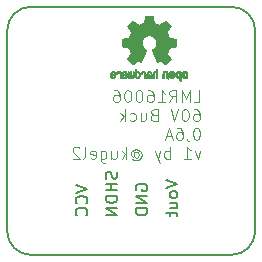
<source format=gbr>
G04 #@! TF.FileFunction,Legend,Bot*
%FSLAX46Y46*%
G04 Gerber Fmt 4.6, Leading zero omitted, Abs format (unit mm)*
G04 Created by KiCad (PCBNEW 4.0.5) date Sunday, 09. April 2017 'u35' 15:35:46*
%MOMM*%
%LPD*%
G01*
G04 APERTURE LIST*
%ADD10C,0.100000*%
%ADD11C,0.200000*%
%ADD12C,0.150000*%
%ADD13C,0.010000*%
G04 APERTURE END LIST*
D10*
D11*
X133422381Y-103682142D02*
X134422381Y-104015475D01*
X133422381Y-104348809D01*
X134422381Y-104824999D02*
X134374762Y-104729761D01*
X134327143Y-104682142D01*
X134231905Y-104634523D01*
X133946190Y-104634523D01*
X133850952Y-104682142D01*
X133803333Y-104729761D01*
X133755714Y-104824999D01*
X133755714Y-104967857D01*
X133803333Y-105063095D01*
X133850952Y-105110714D01*
X133946190Y-105158333D01*
X134231905Y-105158333D01*
X134327143Y-105110714D01*
X134374762Y-105063095D01*
X134422381Y-104967857D01*
X134422381Y-104824999D01*
X133755714Y-106015476D02*
X134422381Y-106015476D01*
X133755714Y-105586904D02*
X134279524Y-105586904D01*
X134374762Y-105634523D01*
X134422381Y-105729761D01*
X134422381Y-105872619D01*
X134374762Y-105967857D01*
X134327143Y-106015476D01*
X133755714Y-106348809D02*
X133755714Y-106729761D01*
X133422381Y-106491666D02*
X134279524Y-106491666D01*
X134374762Y-106539285D01*
X134422381Y-106634523D01*
X134422381Y-106729761D01*
X130930000Y-104539286D02*
X130882381Y-104444048D01*
X130882381Y-104301191D01*
X130930000Y-104158333D01*
X131025238Y-104063095D01*
X131120476Y-104015476D01*
X131310952Y-103967857D01*
X131453810Y-103967857D01*
X131644286Y-104015476D01*
X131739524Y-104063095D01*
X131834762Y-104158333D01*
X131882381Y-104301191D01*
X131882381Y-104396429D01*
X131834762Y-104539286D01*
X131787143Y-104586905D01*
X131453810Y-104586905D01*
X131453810Y-104396429D01*
X131882381Y-105015476D02*
X130882381Y-105015476D01*
X131882381Y-105586905D01*
X130882381Y-105586905D01*
X131882381Y-106063095D02*
X130882381Y-106063095D01*
X130882381Y-106301190D01*
X130930000Y-106444048D01*
X131025238Y-106539286D01*
X131120476Y-106586905D01*
X131310952Y-106634524D01*
X131453810Y-106634524D01*
X131644286Y-106586905D01*
X131739524Y-106539286D01*
X131834762Y-106444048D01*
X131882381Y-106301190D01*
X131882381Y-106063095D01*
X129294762Y-102967857D02*
X129342381Y-103110714D01*
X129342381Y-103348810D01*
X129294762Y-103444048D01*
X129247143Y-103491667D01*
X129151905Y-103539286D01*
X129056667Y-103539286D01*
X128961429Y-103491667D01*
X128913810Y-103444048D01*
X128866190Y-103348810D01*
X128818571Y-103158333D01*
X128770952Y-103063095D01*
X128723333Y-103015476D01*
X128628095Y-102967857D01*
X128532857Y-102967857D01*
X128437619Y-103015476D01*
X128390000Y-103063095D01*
X128342381Y-103158333D01*
X128342381Y-103396429D01*
X128390000Y-103539286D01*
X129342381Y-103967857D02*
X128342381Y-103967857D01*
X128818571Y-103967857D02*
X128818571Y-104539286D01*
X129342381Y-104539286D02*
X128342381Y-104539286D01*
X129342381Y-105015476D02*
X128342381Y-105015476D01*
X128342381Y-105253571D01*
X128390000Y-105396429D01*
X128485238Y-105491667D01*
X128580476Y-105539286D01*
X128770952Y-105586905D01*
X128913810Y-105586905D01*
X129104286Y-105539286D01*
X129199524Y-105491667D01*
X129294762Y-105396429D01*
X129342381Y-105253571D01*
X129342381Y-105015476D01*
X129342381Y-106015476D02*
X128342381Y-106015476D01*
X129342381Y-106586905D01*
X128342381Y-106586905D01*
X125802381Y-104063095D02*
X126802381Y-104396428D01*
X125802381Y-104729762D01*
X126707143Y-105634524D02*
X126754762Y-105586905D01*
X126802381Y-105444048D01*
X126802381Y-105348810D01*
X126754762Y-105205952D01*
X126659524Y-105110714D01*
X126564286Y-105063095D01*
X126373810Y-105015476D01*
X126230952Y-105015476D01*
X126040476Y-105063095D01*
X125945238Y-105110714D01*
X125850000Y-105205952D01*
X125802381Y-105348810D01*
X125802381Y-105444048D01*
X125850000Y-105586905D01*
X125897619Y-105634524D01*
X126707143Y-106634524D02*
X126754762Y-106586905D01*
X126802381Y-106444048D01*
X126802381Y-106348810D01*
X126754762Y-106205952D01*
X126659524Y-106110714D01*
X126564286Y-106063095D01*
X126373810Y-106015476D01*
X126230952Y-106015476D01*
X126040476Y-106063095D01*
X125945238Y-106110714D01*
X125850000Y-106205952D01*
X125802381Y-106348810D01*
X125802381Y-106444048D01*
X125850000Y-106586905D01*
X125897619Y-106634524D01*
D10*
X135785714Y-97052381D02*
X136261905Y-97052381D01*
X136261905Y-96052381D01*
X135452381Y-97052381D02*
X135452381Y-96052381D01*
X135119047Y-96766667D01*
X134785714Y-96052381D01*
X134785714Y-97052381D01*
X133738095Y-97052381D02*
X134071429Y-96576190D01*
X134309524Y-97052381D02*
X134309524Y-96052381D01*
X133928571Y-96052381D01*
X133833333Y-96100000D01*
X133785714Y-96147619D01*
X133738095Y-96242857D01*
X133738095Y-96385714D01*
X133785714Y-96480952D01*
X133833333Y-96528571D01*
X133928571Y-96576190D01*
X134309524Y-96576190D01*
X132785714Y-97052381D02*
X133357143Y-97052381D01*
X133071429Y-97052381D02*
X133071429Y-96052381D01*
X133166667Y-96195238D01*
X133261905Y-96290476D01*
X133357143Y-96338095D01*
X131928571Y-96052381D02*
X132119048Y-96052381D01*
X132214286Y-96100000D01*
X132261905Y-96147619D01*
X132357143Y-96290476D01*
X132404762Y-96480952D01*
X132404762Y-96861905D01*
X132357143Y-96957143D01*
X132309524Y-97004762D01*
X132214286Y-97052381D01*
X132023809Y-97052381D01*
X131928571Y-97004762D01*
X131880952Y-96957143D01*
X131833333Y-96861905D01*
X131833333Y-96623810D01*
X131880952Y-96528571D01*
X131928571Y-96480952D01*
X132023809Y-96433333D01*
X132214286Y-96433333D01*
X132309524Y-96480952D01*
X132357143Y-96528571D01*
X132404762Y-96623810D01*
X131214286Y-96052381D02*
X131119047Y-96052381D01*
X131023809Y-96100000D01*
X130976190Y-96147619D01*
X130928571Y-96242857D01*
X130880952Y-96433333D01*
X130880952Y-96671429D01*
X130928571Y-96861905D01*
X130976190Y-96957143D01*
X131023809Y-97004762D01*
X131119047Y-97052381D01*
X131214286Y-97052381D01*
X131309524Y-97004762D01*
X131357143Y-96957143D01*
X131404762Y-96861905D01*
X131452381Y-96671429D01*
X131452381Y-96433333D01*
X131404762Y-96242857D01*
X131357143Y-96147619D01*
X131309524Y-96100000D01*
X131214286Y-96052381D01*
X130261905Y-96052381D02*
X130166666Y-96052381D01*
X130071428Y-96100000D01*
X130023809Y-96147619D01*
X129976190Y-96242857D01*
X129928571Y-96433333D01*
X129928571Y-96671429D01*
X129976190Y-96861905D01*
X130023809Y-96957143D01*
X130071428Y-97004762D01*
X130166666Y-97052381D01*
X130261905Y-97052381D01*
X130357143Y-97004762D01*
X130404762Y-96957143D01*
X130452381Y-96861905D01*
X130500000Y-96671429D01*
X130500000Y-96433333D01*
X130452381Y-96242857D01*
X130404762Y-96147619D01*
X130357143Y-96100000D01*
X130261905Y-96052381D01*
X129071428Y-96052381D02*
X129261905Y-96052381D01*
X129357143Y-96100000D01*
X129404762Y-96147619D01*
X129500000Y-96290476D01*
X129547619Y-96480952D01*
X129547619Y-96861905D01*
X129500000Y-96957143D01*
X129452381Y-97004762D01*
X129357143Y-97052381D01*
X129166666Y-97052381D01*
X129071428Y-97004762D01*
X129023809Y-96957143D01*
X128976190Y-96861905D01*
X128976190Y-96623810D01*
X129023809Y-96528571D01*
X129071428Y-96480952D01*
X129166666Y-96433333D01*
X129357143Y-96433333D01*
X129452381Y-96480952D01*
X129500000Y-96528571D01*
X129547619Y-96623810D01*
X135833333Y-97652381D02*
X136023810Y-97652381D01*
X136119048Y-97700000D01*
X136166667Y-97747619D01*
X136261905Y-97890476D01*
X136309524Y-98080952D01*
X136309524Y-98461905D01*
X136261905Y-98557143D01*
X136214286Y-98604762D01*
X136119048Y-98652381D01*
X135928571Y-98652381D01*
X135833333Y-98604762D01*
X135785714Y-98557143D01*
X135738095Y-98461905D01*
X135738095Y-98223810D01*
X135785714Y-98128571D01*
X135833333Y-98080952D01*
X135928571Y-98033333D01*
X136119048Y-98033333D01*
X136214286Y-98080952D01*
X136261905Y-98128571D01*
X136309524Y-98223810D01*
X135119048Y-97652381D02*
X135023809Y-97652381D01*
X134928571Y-97700000D01*
X134880952Y-97747619D01*
X134833333Y-97842857D01*
X134785714Y-98033333D01*
X134785714Y-98271429D01*
X134833333Y-98461905D01*
X134880952Y-98557143D01*
X134928571Y-98604762D01*
X135023809Y-98652381D01*
X135119048Y-98652381D01*
X135214286Y-98604762D01*
X135261905Y-98557143D01*
X135309524Y-98461905D01*
X135357143Y-98271429D01*
X135357143Y-98033333D01*
X135309524Y-97842857D01*
X135261905Y-97747619D01*
X135214286Y-97700000D01*
X135119048Y-97652381D01*
X134500000Y-97652381D02*
X134166667Y-98652381D01*
X133833333Y-97652381D01*
X132404761Y-98128571D02*
X132261904Y-98176190D01*
X132214285Y-98223810D01*
X132166666Y-98319048D01*
X132166666Y-98461905D01*
X132214285Y-98557143D01*
X132261904Y-98604762D01*
X132357142Y-98652381D01*
X132738095Y-98652381D01*
X132738095Y-97652381D01*
X132404761Y-97652381D01*
X132309523Y-97700000D01*
X132261904Y-97747619D01*
X132214285Y-97842857D01*
X132214285Y-97938095D01*
X132261904Y-98033333D01*
X132309523Y-98080952D01*
X132404761Y-98128571D01*
X132738095Y-98128571D01*
X131309523Y-97985714D02*
X131309523Y-98652381D01*
X131738095Y-97985714D02*
X131738095Y-98509524D01*
X131690476Y-98604762D01*
X131595238Y-98652381D01*
X131452380Y-98652381D01*
X131357142Y-98604762D01*
X131309523Y-98557143D01*
X130404761Y-98604762D02*
X130499999Y-98652381D01*
X130690476Y-98652381D01*
X130785714Y-98604762D01*
X130833333Y-98557143D01*
X130880952Y-98461905D01*
X130880952Y-98176190D01*
X130833333Y-98080952D01*
X130785714Y-98033333D01*
X130690476Y-97985714D01*
X130499999Y-97985714D01*
X130404761Y-98033333D01*
X129976190Y-98652381D02*
X129976190Y-97652381D01*
X129880952Y-98271429D02*
X129595237Y-98652381D01*
X129595237Y-97985714D02*
X129976190Y-98366667D01*
X136071429Y-99252381D02*
X135976190Y-99252381D01*
X135880952Y-99300000D01*
X135833333Y-99347619D01*
X135785714Y-99442857D01*
X135738095Y-99633333D01*
X135738095Y-99871429D01*
X135785714Y-100061905D01*
X135833333Y-100157143D01*
X135880952Y-100204762D01*
X135976190Y-100252381D01*
X136071429Y-100252381D01*
X136166667Y-100204762D01*
X136214286Y-100157143D01*
X136261905Y-100061905D01*
X136309524Y-99871429D01*
X136309524Y-99633333D01*
X136261905Y-99442857D01*
X136214286Y-99347619D01*
X136166667Y-99300000D01*
X136071429Y-99252381D01*
X135261905Y-100204762D02*
X135261905Y-100252381D01*
X135309524Y-100347619D01*
X135357143Y-100395238D01*
X134404762Y-99252381D02*
X134595239Y-99252381D01*
X134690477Y-99300000D01*
X134738096Y-99347619D01*
X134833334Y-99490476D01*
X134880953Y-99680952D01*
X134880953Y-100061905D01*
X134833334Y-100157143D01*
X134785715Y-100204762D01*
X134690477Y-100252381D01*
X134500000Y-100252381D01*
X134404762Y-100204762D01*
X134357143Y-100157143D01*
X134309524Y-100061905D01*
X134309524Y-99823810D01*
X134357143Y-99728571D01*
X134404762Y-99680952D01*
X134500000Y-99633333D01*
X134690477Y-99633333D01*
X134785715Y-99680952D01*
X134833334Y-99728571D01*
X134880953Y-99823810D01*
X133928572Y-99966667D02*
X133452381Y-99966667D01*
X134023810Y-100252381D02*
X133690477Y-99252381D01*
X133357143Y-100252381D01*
X136357143Y-101185714D02*
X136119048Y-101852381D01*
X135880952Y-101185714D01*
X134976190Y-101852381D02*
X135547619Y-101852381D01*
X135261905Y-101852381D02*
X135261905Y-100852381D01*
X135357143Y-100995238D01*
X135452381Y-101090476D01*
X135547619Y-101138095D01*
X133785714Y-101852381D02*
X133785714Y-100852381D01*
X133785714Y-101233333D02*
X133690476Y-101185714D01*
X133499999Y-101185714D01*
X133404761Y-101233333D01*
X133357142Y-101280952D01*
X133309523Y-101376190D01*
X133309523Y-101661905D01*
X133357142Y-101757143D01*
X133404761Y-101804762D01*
X133499999Y-101852381D01*
X133690476Y-101852381D01*
X133785714Y-101804762D01*
X132976190Y-101185714D02*
X132738095Y-101852381D01*
X132499999Y-101185714D02*
X132738095Y-101852381D01*
X132833333Y-102090476D01*
X132880952Y-102138095D01*
X132976190Y-102185714D01*
X130738094Y-101376190D02*
X130785713Y-101328571D01*
X130880951Y-101280952D01*
X130976189Y-101280952D01*
X131071427Y-101328571D01*
X131119047Y-101376190D01*
X131166666Y-101471429D01*
X131166666Y-101566667D01*
X131119047Y-101661905D01*
X131071427Y-101709524D01*
X130976189Y-101757143D01*
X130880951Y-101757143D01*
X130785713Y-101709524D01*
X130738094Y-101661905D01*
X130738094Y-101280952D02*
X130738094Y-101661905D01*
X130690475Y-101709524D01*
X130642856Y-101709524D01*
X130547618Y-101661905D01*
X130499999Y-101566667D01*
X130499999Y-101328571D01*
X130595237Y-101185714D01*
X130738094Y-101090476D01*
X130928570Y-101042857D01*
X131119047Y-101090476D01*
X131261904Y-101185714D01*
X131357142Y-101328571D01*
X131404761Y-101519048D01*
X131357142Y-101709524D01*
X131261904Y-101852381D01*
X131119047Y-101947619D01*
X130928570Y-101995238D01*
X130738094Y-101947619D01*
X130595237Y-101852381D01*
X130071428Y-101852381D02*
X130071428Y-100852381D01*
X129976190Y-101471429D02*
X129690475Y-101852381D01*
X129690475Y-101185714D02*
X130071428Y-101566667D01*
X128833332Y-101185714D02*
X128833332Y-101852381D01*
X129261904Y-101185714D02*
X129261904Y-101709524D01*
X129214285Y-101804762D01*
X129119047Y-101852381D01*
X128976189Y-101852381D01*
X128880951Y-101804762D01*
X128833332Y-101757143D01*
X127928570Y-101185714D02*
X127928570Y-101995238D01*
X127976189Y-102090476D01*
X128023808Y-102138095D01*
X128119047Y-102185714D01*
X128261904Y-102185714D01*
X128357142Y-102138095D01*
X127928570Y-101804762D02*
X128023808Y-101852381D01*
X128214285Y-101852381D01*
X128309523Y-101804762D01*
X128357142Y-101757143D01*
X128404761Y-101661905D01*
X128404761Y-101376190D01*
X128357142Y-101280952D01*
X128309523Y-101233333D01*
X128214285Y-101185714D01*
X128023808Y-101185714D01*
X127928570Y-101233333D01*
X127071427Y-101804762D02*
X127166665Y-101852381D01*
X127357142Y-101852381D01*
X127452380Y-101804762D01*
X127499999Y-101709524D01*
X127499999Y-101328571D01*
X127452380Y-101233333D01*
X127357142Y-101185714D01*
X127166665Y-101185714D01*
X127071427Y-101233333D01*
X127023808Y-101328571D01*
X127023808Y-101423810D01*
X127499999Y-101519048D01*
X126452380Y-101852381D02*
X126547618Y-101804762D01*
X126595237Y-101709524D01*
X126595237Y-100852381D01*
X126119046Y-100947619D02*
X126071427Y-100900000D01*
X125976189Y-100852381D01*
X125738093Y-100852381D01*
X125642855Y-100900000D01*
X125595236Y-100947619D01*
X125547617Y-101042857D01*
X125547617Y-101138095D01*
X125595236Y-101280952D01*
X126166665Y-101852381D01*
X125547617Y-101852381D01*
D12*
X139000000Y-110000000D02*
G75*
G03X141000000Y-108000000I0J2000000D01*
G01*
X120000000Y-108000000D02*
G75*
G03X122000000Y-110000000I2000000J0D01*
G01*
X141000000Y-91000000D02*
G75*
G03X139000000Y-89000000I-2000000J0D01*
G01*
X122000000Y-89000000D02*
G75*
G03X120000000Y-91000000I0J-2000000D01*
G01*
X139000000Y-110000000D02*
X122000000Y-110000000D01*
X141000000Y-91000000D02*
X141000000Y-108000000D01*
X122000000Y-89000000D02*
X139000000Y-89000000D01*
X120000000Y-108000000D02*
X120000000Y-91000000D01*
D13*
G36*
X134400256Y-94419918D02*
X134344799Y-94447568D01*
X134295852Y-94498480D01*
X134282371Y-94517338D01*
X134267686Y-94542015D01*
X134258158Y-94568816D01*
X134252707Y-94604587D01*
X134250253Y-94656169D01*
X134249714Y-94724267D01*
X134252148Y-94817588D01*
X134260606Y-94887657D01*
X134276826Y-94939931D01*
X134302546Y-94979869D01*
X134339503Y-95012929D01*
X134342218Y-95014886D01*
X134378640Y-95034908D01*
X134422498Y-95044815D01*
X134478276Y-95047257D01*
X134568952Y-95047257D01*
X134568990Y-95135283D01*
X134569834Y-95184308D01*
X134574976Y-95213065D01*
X134588413Y-95230311D01*
X134614142Y-95244808D01*
X134620321Y-95247769D01*
X134649236Y-95261648D01*
X134671624Y-95270414D01*
X134688271Y-95271171D01*
X134699964Y-95261023D01*
X134707490Y-95237073D01*
X134711634Y-95196426D01*
X134713185Y-95136186D01*
X134712929Y-95053455D01*
X134711651Y-94945339D01*
X134711252Y-94913000D01*
X134709815Y-94801524D01*
X134708528Y-94728603D01*
X134569029Y-94728603D01*
X134568245Y-94790499D01*
X134564760Y-94830997D01*
X134556876Y-94857708D01*
X134542895Y-94878244D01*
X134533403Y-94888260D01*
X134494596Y-94917567D01*
X134460237Y-94919952D01*
X134424784Y-94895750D01*
X134423886Y-94894857D01*
X134409461Y-94876153D01*
X134400687Y-94850732D01*
X134396261Y-94811584D01*
X134394882Y-94751697D01*
X134394857Y-94738430D01*
X134398188Y-94655901D01*
X134409031Y-94598691D01*
X134428660Y-94563766D01*
X134458350Y-94548094D01*
X134475509Y-94546514D01*
X134516234Y-94553926D01*
X134544168Y-94578330D01*
X134560983Y-94622980D01*
X134568350Y-94691130D01*
X134569029Y-94728603D01*
X134708528Y-94728603D01*
X134708292Y-94715245D01*
X134706323Y-94650333D01*
X134703550Y-94602958D01*
X134699612Y-94569290D01*
X134694151Y-94545498D01*
X134686808Y-94527753D01*
X134677223Y-94512224D01*
X134673113Y-94506381D01*
X134618595Y-94451185D01*
X134549664Y-94419890D01*
X134469928Y-94411165D01*
X134400256Y-94419918D01*
X134400256Y-94419918D01*
G37*
X134400256Y-94419918D02*
X134344799Y-94447568D01*
X134295852Y-94498480D01*
X134282371Y-94517338D01*
X134267686Y-94542015D01*
X134258158Y-94568816D01*
X134252707Y-94604587D01*
X134250253Y-94656169D01*
X134249714Y-94724267D01*
X134252148Y-94817588D01*
X134260606Y-94887657D01*
X134276826Y-94939931D01*
X134302546Y-94979869D01*
X134339503Y-95012929D01*
X134342218Y-95014886D01*
X134378640Y-95034908D01*
X134422498Y-95044815D01*
X134478276Y-95047257D01*
X134568952Y-95047257D01*
X134568990Y-95135283D01*
X134569834Y-95184308D01*
X134574976Y-95213065D01*
X134588413Y-95230311D01*
X134614142Y-95244808D01*
X134620321Y-95247769D01*
X134649236Y-95261648D01*
X134671624Y-95270414D01*
X134688271Y-95271171D01*
X134699964Y-95261023D01*
X134707490Y-95237073D01*
X134711634Y-95196426D01*
X134713185Y-95136186D01*
X134712929Y-95053455D01*
X134711651Y-94945339D01*
X134711252Y-94913000D01*
X134709815Y-94801524D01*
X134708528Y-94728603D01*
X134569029Y-94728603D01*
X134568245Y-94790499D01*
X134564760Y-94830997D01*
X134556876Y-94857708D01*
X134542895Y-94878244D01*
X134533403Y-94888260D01*
X134494596Y-94917567D01*
X134460237Y-94919952D01*
X134424784Y-94895750D01*
X134423886Y-94894857D01*
X134409461Y-94876153D01*
X134400687Y-94850732D01*
X134396261Y-94811584D01*
X134394882Y-94751697D01*
X134394857Y-94738430D01*
X134398188Y-94655901D01*
X134409031Y-94598691D01*
X134428660Y-94563766D01*
X134458350Y-94548094D01*
X134475509Y-94546514D01*
X134516234Y-94553926D01*
X134544168Y-94578330D01*
X134560983Y-94622980D01*
X134568350Y-94691130D01*
X134569029Y-94728603D01*
X134708528Y-94728603D01*
X134708292Y-94715245D01*
X134706323Y-94650333D01*
X134703550Y-94602958D01*
X134699612Y-94569290D01*
X134694151Y-94545498D01*
X134686808Y-94527753D01*
X134677223Y-94512224D01*
X134673113Y-94506381D01*
X134618595Y-94451185D01*
X134549664Y-94419890D01*
X134469928Y-94411165D01*
X134400256Y-94419918D01*
G36*
X133283907Y-94427780D02*
X133237328Y-94454723D01*
X133204943Y-94481466D01*
X133181258Y-94509484D01*
X133164941Y-94543748D01*
X133154661Y-94589227D01*
X133149086Y-94650892D01*
X133146884Y-94733711D01*
X133146629Y-94793246D01*
X133146629Y-95012391D01*
X133208314Y-95040044D01*
X133270000Y-95067697D01*
X133277257Y-94827670D01*
X133280256Y-94738028D01*
X133283402Y-94672962D01*
X133287299Y-94628026D01*
X133292553Y-94598770D01*
X133299769Y-94580748D01*
X133309550Y-94569511D01*
X133312688Y-94567079D01*
X133360239Y-94548083D01*
X133408303Y-94555600D01*
X133436914Y-94575543D01*
X133448553Y-94589675D01*
X133456609Y-94608220D01*
X133461729Y-94636334D01*
X133464559Y-94679173D01*
X133465744Y-94741895D01*
X133465943Y-94807261D01*
X133465982Y-94889268D01*
X133467386Y-94947316D01*
X133472086Y-94986465D01*
X133482013Y-95011780D01*
X133499097Y-95028323D01*
X133525268Y-95041156D01*
X133560225Y-95054491D01*
X133598404Y-95069007D01*
X133593859Y-94811389D01*
X133592029Y-94718519D01*
X133589888Y-94649889D01*
X133586819Y-94600711D01*
X133582206Y-94566198D01*
X133575432Y-94541562D01*
X133565881Y-94522016D01*
X133554366Y-94504770D01*
X133498810Y-94449680D01*
X133431020Y-94417822D01*
X133357287Y-94410191D01*
X133283907Y-94427780D01*
X133283907Y-94427780D01*
G37*
X133283907Y-94427780D02*
X133237328Y-94454723D01*
X133204943Y-94481466D01*
X133181258Y-94509484D01*
X133164941Y-94543748D01*
X133154661Y-94589227D01*
X133149086Y-94650892D01*
X133146884Y-94733711D01*
X133146629Y-94793246D01*
X133146629Y-95012391D01*
X133208314Y-95040044D01*
X133270000Y-95067697D01*
X133277257Y-94827670D01*
X133280256Y-94738028D01*
X133283402Y-94672962D01*
X133287299Y-94628026D01*
X133292553Y-94598770D01*
X133299769Y-94580748D01*
X133309550Y-94569511D01*
X133312688Y-94567079D01*
X133360239Y-94548083D01*
X133408303Y-94555600D01*
X133436914Y-94575543D01*
X133448553Y-94589675D01*
X133456609Y-94608220D01*
X133461729Y-94636334D01*
X133464559Y-94679173D01*
X133465744Y-94741895D01*
X133465943Y-94807261D01*
X133465982Y-94889268D01*
X133467386Y-94947316D01*
X133472086Y-94986465D01*
X133482013Y-95011780D01*
X133499097Y-95028323D01*
X133525268Y-95041156D01*
X133560225Y-95054491D01*
X133598404Y-95069007D01*
X133593859Y-94811389D01*
X133592029Y-94718519D01*
X133589888Y-94649889D01*
X133586819Y-94600711D01*
X133582206Y-94566198D01*
X133575432Y-94541562D01*
X133565881Y-94522016D01*
X133554366Y-94504770D01*
X133498810Y-94449680D01*
X133431020Y-94417822D01*
X133357287Y-94410191D01*
X133283907Y-94427780D01*
G36*
X134958885Y-94421962D02*
X134890855Y-94457733D01*
X134840649Y-94515301D01*
X134822815Y-94552312D01*
X134808937Y-94607882D01*
X134801833Y-94678096D01*
X134801160Y-94754727D01*
X134806573Y-94829552D01*
X134817730Y-94894342D01*
X134834286Y-94940873D01*
X134839374Y-94948887D01*
X134899645Y-95008707D01*
X134971231Y-95044535D01*
X135048908Y-95055020D01*
X135127452Y-95038810D01*
X135149311Y-95029092D01*
X135191878Y-94999143D01*
X135229237Y-94959433D01*
X135232768Y-94954397D01*
X135247119Y-94930124D01*
X135256606Y-94904178D01*
X135262210Y-94870022D01*
X135264914Y-94821119D01*
X135265701Y-94750935D01*
X135265714Y-94735200D01*
X135265678Y-94730192D01*
X135120571Y-94730192D01*
X135119727Y-94796430D01*
X135116404Y-94840386D01*
X135109417Y-94868779D01*
X135097584Y-94888325D01*
X135091543Y-94894857D01*
X135056814Y-94919680D01*
X135023097Y-94918548D01*
X134989005Y-94897016D01*
X134968671Y-94874029D01*
X134956629Y-94840478D01*
X134949866Y-94787569D01*
X134949402Y-94781399D01*
X134948248Y-94685513D01*
X134960312Y-94614299D01*
X134985430Y-94568194D01*
X135023440Y-94547635D01*
X135037008Y-94546514D01*
X135072636Y-94552152D01*
X135097006Y-94571686D01*
X135111907Y-94609042D01*
X135119125Y-94668150D01*
X135120571Y-94730192D01*
X135265678Y-94730192D01*
X135265174Y-94660413D01*
X135262904Y-94608159D01*
X135257932Y-94571949D01*
X135249287Y-94545299D01*
X135235995Y-94521722D01*
X135233057Y-94517338D01*
X135183687Y-94458249D01*
X135129891Y-94423947D01*
X135064398Y-94410331D01*
X135042158Y-94409665D01*
X134958885Y-94421962D01*
X134958885Y-94421962D01*
G37*
X134958885Y-94421962D02*
X134890855Y-94457733D01*
X134840649Y-94515301D01*
X134822815Y-94552312D01*
X134808937Y-94607882D01*
X134801833Y-94678096D01*
X134801160Y-94754727D01*
X134806573Y-94829552D01*
X134817730Y-94894342D01*
X134834286Y-94940873D01*
X134839374Y-94948887D01*
X134899645Y-95008707D01*
X134971231Y-95044535D01*
X135048908Y-95055020D01*
X135127452Y-95038810D01*
X135149311Y-95029092D01*
X135191878Y-94999143D01*
X135229237Y-94959433D01*
X135232768Y-94954397D01*
X135247119Y-94930124D01*
X135256606Y-94904178D01*
X135262210Y-94870022D01*
X135264914Y-94821119D01*
X135265701Y-94750935D01*
X135265714Y-94735200D01*
X135265678Y-94730192D01*
X135120571Y-94730192D01*
X135119727Y-94796430D01*
X135116404Y-94840386D01*
X135109417Y-94868779D01*
X135097584Y-94888325D01*
X135091543Y-94894857D01*
X135056814Y-94919680D01*
X135023097Y-94918548D01*
X134989005Y-94897016D01*
X134968671Y-94874029D01*
X134956629Y-94840478D01*
X134949866Y-94787569D01*
X134949402Y-94781399D01*
X134948248Y-94685513D01*
X134960312Y-94614299D01*
X134985430Y-94568194D01*
X135023440Y-94547635D01*
X135037008Y-94546514D01*
X135072636Y-94552152D01*
X135097006Y-94571686D01*
X135111907Y-94609042D01*
X135119125Y-94668150D01*
X135120571Y-94730192D01*
X135265678Y-94730192D01*
X135265174Y-94660413D01*
X135262904Y-94608159D01*
X135257932Y-94571949D01*
X135249287Y-94545299D01*
X135235995Y-94521722D01*
X135233057Y-94517338D01*
X135183687Y-94458249D01*
X135129891Y-94423947D01*
X135064398Y-94410331D01*
X135042158Y-94409665D01*
X134958885Y-94421962D01*
G36*
X133831697Y-94431239D02*
X133774473Y-94469735D01*
X133730251Y-94525335D01*
X133703833Y-94596086D01*
X133698490Y-94648162D01*
X133699097Y-94669893D01*
X133704178Y-94686531D01*
X133718145Y-94701437D01*
X133745411Y-94717973D01*
X133790388Y-94739498D01*
X133857489Y-94769374D01*
X133857829Y-94769524D01*
X133919593Y-94797813D01*
X133970241Y-94822933D01*
X134004596Y-94842179D01*
X134017482Y-94852848D01*
X134017486Y-94852934D01*
X134006128Y-94876166D01*
X133979569Y-94901774D01*
X133949077Y-94920221D01*
X133933630Y-94923886D01*
X133891485Y-94911212D01*
X133855192Y-94879471D01*
X133837483Y-94844572D01*
X133820448Y-94818845D01*
X133787078Y-94789546D01*
X133747851Y-94764235D01*
X133713244Y-94750471D01*
X133706007Y-94749714D01*
X133697861Y-94762160D01*
X133697370Y-94793972D01*
X133703357Y-94836866D01*
X133714643Y-94882558D01*
X133730050Y-94922761D01*
X133730829Y-94924322D01*
X133777196Y-94989062D01*
X133837289Y-95033097D01*
X133905535Y-95054711D01*
X133976362Y-95052185D01*
X134044196Y-95023804D01*
X134047212Y-95021808D01*
X134100573Y-94973448D01*
X134135660Y-94910352D01*
X134155078Y-94827387D01*
X134157684Y-94804078D01*
X134162299Y-94694055D01*
X134156767Y-94642748D01*
X134017486Y-94642748D01*
X134015676Y-94674753D01*
X134005778Y-94684093D01*
X133981102Y-94677105D01*
X133942205Y-94660587D01*
X133898725Y-94639881D01*
X133897644Y-94639333D01*
X133860791Y-94619949D01*
X133846000Y-94607013D01*
X133849647Y-94593451D01*
X133865005Y-94575632D01*
X133904077Y-94549845D01*
X133946154Y-94547950D01*
X133983897Y-94566717D01*
X134009966Y-94602915D01*
X134017486Y-94642748D01*
X134156767Y-94642748D01*
X134152806Y-94606027D01*
X134128450Y-94536212D01*
X134094544Y-94487302D01*
X134033347Y-94437878D01*
X133965937Y-94413359D01*
X133897120Y-94411797D01*
X133831697Y-94431239D01*
X133831697Y-94431239D01*
G37*
X133831697Y-94431239D02*
X133774473Y-94469735D01*
X133730251Y-94525335D01*
X133703833Y-94596086D01*
X133698490Y-94648162D01*
X133699097Y-94669893D01*
X133704178Y-94686531D01*
X133718145Y-94701437D01*
X133745411Y-94717973D01*
X133790388Y-94739498D01*
X133857489Y-94769374D01*
X133857829Y-94769524D01*
X133919593Y-94797813D01*
X133970241Y-94822933D01*
X134004596Y-94842179D01*
X134017482Y-94852848D01*
X134017486Y-94852934D01*
X134006128Y-94876166D01*
X133979569Y-94901774D01*
X133949077Y-94920221D01*
X133933630Y-94923886D01*
X133891485Y-94911212D01*
X133855192Y-94879471D01*
X133837483Y-94844572D01*
X133820448Y-94818845D01*
X133787078Y-94789546D01*
X133747851Y-94764235D01*
X133713244Y-94750471D01*
X133706007Y-94749714D01*
X133697861Y-94762160D01*
X133697370Y-94793972D01*
X133703357Y-94836866D01*
X133714643Y-94882558D01*
X133730050Y-94922761D01*
X133730829Y-94924322D01*
X133777196Y-94989062D01*
X133837289Y-95033097D01*
X133905535Y-95054711D01*
X133976362Y-95052185D01*
X134044196Y-95023804D01*
X134047212Y-95021808D01*
X134100573Y-94973448D01*
X134135660Y-94910352D01*
X134155078Y-94827387D01*
X134157684Y-94804078D01*
X134162299Y-94694055D01*
X134156767Y-94642748D01*
X134017486Y-94642748D01*
X134015676Y-94674753D01*
X134005778Y-94684093D01*
X133981102Y-94677105D01*
X133942205Y-94660587D01*
X133898725Y-94639881D01*
X133897644Y-94639333D01*
X133860791Y-94619949D01*
X133846000Y-94607013D01*
X133849647Y-94593451D01*
X133865005Y-94575632D01*
X133904077Y-94549845D01*
X133946154Y-94547950D01*
X133983897Y-94566717D01*
X134009966Y-94602915D01*
X134017486Y-94642748D01*
X134156767Y-94642748D01*
X134152806Y-94606027D01*
X134128450Y-94536212D01*
X134094544Y-94487302D01*
X134033347Y-94437878D01*
X133965937Y-94413359D01*
X133897120Y-94411797D01*
X133831697Y-94431239D01*
G36*
X132624114Y-94351289D02*
X132619861Y-94410613D01*
X132614975Y-94445572D01*
X132608205Y-94460820D01*
X132598298Y-94461015D01*
X132595086Y-94459195D01*
X132552356Y-94446015D01*
X132496773Y-94446785D01*
X132440263Y-94460333D01*
X132404918Y-94477861D01*
X132368679Y-94505861D01*
X132342187Y-94537549D01*
X132324001Y-94577813D01*
X132312678Y-94631543D01*
X132306778Y-94703626D01*
X132304857Y-94798951D01*
X132304823Y-94817237D01*
X132304800Y-95022646D01*
X132350509Y-95038580D01*
X132382973Y-95049420D01*
X132400785Y-95054468D01*
X132401309Y-95054514D01*
X132403063Y-95040828D01*
X132404556Y-95003076D01*
X132405674Y-94946224D01*
X132406303Y-94875234D01*
X132406400Y-94832073D01*
X132406602Y-94746973D01*
X132407642Y-94685981D01*
X132410169Y-94644177D01*
X132414836Y-94616642D01*
X132422293Y-94598456D01*
X132433189Y-94584698D01*
X132439993Y-94578073D01*
X132486728Y-94551375D01*
X132537728Y-94549375D01*
X132583999Y-94571955D01*
X132592556Y-94580107D01*
X132605107Y-94595436D01*
X132613812Y-94613618D01*
X132619369Y-94639909D01*
X132622474Y-94679562D01*
X132623824Y-94737832D01*
X132624114Y-94818173D01*
X132624114Y-95022646D01*
X132669823Y-95038580D01*
X132702287Y-95049420D01*
X132720099Y-95054468D01*
X132720623Y-95054514D01*
X132721963Y-95040623D01*
X132723172Y-95001439D01*
X132724199Y-94940700D01*
X132724998Y-94862141D01*
X132725519Y-94769498D01*
X132725714Y-94666509D01*
X132725714Y-94269342D01*
X132678543Y-94249444D01*
X132631371Y-94229547D01*
X132624114Y-94351289D01*
X132624114Y-94351289D01*
G37*
X132624114Y-94351289D02*
X132619861Y-94410613D01*
X132614975Y-94445572D01*
X132608205Y-94460820D01*
X132598298Y-94461015D01*
X132595086Y-94459195D01*
X132552356Y-94446015D01*
X132496773Y-94446785D01*
X132440263Y-94460333D01*
X132404918Y-94477861D01*
X132368679Y-94505861D01*
X132342187Y-94537549D01*
X132324001Y-94577813D01*
X132312678Y-94631543D01*
X132306778Y-94703626D01*
X132304857Y-94798951D01*
X132304823Y-94817237D01*
X132304800Y-95022646D01*
X132350509Y-95038580D01*
X132382973Y-95049420D01*
X132400785Y-95054468D01*
X132401309Y-95054514D01*
X132403063Y-95040828D01*
X132404556Y-95003076D01*
X132405674Y-94946224D01*
X132406303Y-94875234D01*
X132406400Y-94832073D01*
X132406602Y-94746973D01*
X132407642Y-94685981D01*
X132410169Y-94644177D01*
X132414836Y-94616642D01*
X132422293Y-94598456D01*
X132433189Y-94584698D01*
X132439993Y-94578073D01*
X132486728Y-94551375D01*
X132537728Y-94549375D01*
X132583999Y-94571955D01*
X132592556Y-94580107D01*
X132605107Y-94595436D01*
X132613812Y-94613618D01*
X132619369Y-94639909D01*
X132622474Y-94679562D01*
X132623824Y-94737832D01*
X132624114Y-94818173D01*
X132624114Y-95022646D01*
X132669823Y-95038580D01*
X132702287Y-95049420D01*
X132720099Y-95054468D01*
X132720623Y-95054514D01*
X132721963Y-95040623D01*
X132723172Y-95001439D01*
X132724199Y-94940700D01*
X132724998Y-94862141D01*
X132725519Y-94769498D01*
X132725714Y-94666509D01*
X132725714Y-94269342D01*
X132678543Y-94249444D01*
X132631371Y-94229547D01*
X132624114Y-94351289D01*
G36*
X131960256Y-94450968D02*
X131903384Y-94472087D01*
X131902733Y-94472493D01*
X131867560Y-94498380D01*
X131841593Y-94528633D01*
X131823330Y-94568058D01*
X131811268Y-94621462D01*
X131803904Y-94693651D01*
X131799736Y-94789432D01*
X131799371Y-94803078D01*
X131794124Y-95008842D01*
X131838284Y-95031678D01*
X131870237Y-95047110D01*
X131889530Y-95054423D01*
X131890422Y-95054514D01*
X131893761Y-95041022D01*
X131896413Y-95004626D01*
X131898044Y-94951452D01*
X131898400Y-94908393D01*
X131898408Y-94838641D01*
X131901597Y-94794837D01*
X131912712Y-94773944D01*
X131936499Y-94772925D01*
X131977704Y-94788741D01*
X132039914Y-94817815D01*
X132085659Y-94841963D01*
X132109187Y-94862913D01*
X132116104Y-94885747D01*
X132116114Y-94886877D01*
X132104701Y-94926212D01*
X132070908Y-94947462D01*
X132019191Y-94950539D01*
X131981939Y-94950006D01*
X131962297Y-94960735D01*
X131950048Y-94986505D01*
X131942998Y-95019337D01*
X131953158Y-95037966D01*
X131956983Y-95040632D01*
X131992999Y-95051340D01*
X132043434Y-95052856D01*
X132095374Y-95045759D01*
X132132178Y-95032788D01*
X132183062Y-94989585D01*
X132211986Y-94929446D01*
X132217714Y-94882462D01*
X132213343Y-94840082D01*
X132197525Y-94805488D01*
X132166203Y-94774763D01*
X132115322Y-94743990D01*
X132040824Y-94709252D01*
X132036286Y-94707288D01*
X131969179Y-94676287D01*
X131927768Y-94650862D01*
X131910019Y-94628014D01*
X131913893Y-94604745D01*
X131937357Y-94578056D01*
X131944373Y-94571914D01*
X131991370Y-94548100D01*
X132040067Y-94549103D01*
X132082478Y-94572451D01*
X132110616Y-94615675D01*
X132113231Y-94624160D01*
X132138692Y-94665308D01*
X132170999Y-94685128D01*
X132217714Y-94704770D01*
X132217714Y-94653950D01*
X132203504Y-94580082D01*
X132161325Y-94512327D01*
X132139376Y-94489661D01*
X132089483Y-94460569D01*
X132026033Y-94447400D01*
X131960256Y-94450968D01*
X131960256Y-94450968D01*
G37*
X131960256Y-94450968D02*
X131903384Y-94472087D01*
X131902733Y-94472493D01*
X131867560Y-94498380D01*
X131841593Y-94528633D01*
X131823330Y-94568058D01*
X131811268Y-94621462D01*
X131803904Y-94693651D01*
X131799736Y-94789432D01*
X131799371Y-94803078D01*
X131794124Y-95008842D01*
X131838284Y-95031678D01*
X131870237Y-95047110D01*
X131889530Y-95054423D01*
X131890422Y-95054514D01*
X131893761Y-95041022D01*
X131896413Y-95004626D01*
X131898044Y-94951452D01*
X131898400Y-94908393D01*
X131898408Y-94838641D01*
X131901597Y-94794837D01*
X131912712Y-94773944D01*
X131936499Y-94772925D01*
X131977704Y-94788741D01*
X132039914Y-94817815D01*
X132085659Y-94841963D01*
X132109187Y-94862913D01*
X132116104Y-94885747D01*
X132116114Y-94886877D01*
X132104701Y-94926212D01*
X132070908Y-94947462D01*
X132019191Y-94950539D01*
X131981939Y-94950006D01*
X131962297Y-94960735D01*
X131950048Y-94986505D01*
X131942998Y-95019337D01*
X131953158Y-95037966D01*
X131956983Y-95040632D01*
X131992999Y-95051340D01*
X132043434Y-95052856D01*
X132095374Y-95045759D01*
X132132178Y-95032788D01*
X132183062Y-94989585D01*
X132211986Y-94929446D01*
X132217714Y-94882462D01*
X132213343Y-94840082D01*
X132197525Y-94805488D01*
X132166203Y-94774763D01*
X132115322Y-94743990D01*
X132040824Y-94709252D01*
X132036286Y-94707288D01*
X131969179Y-94676287D01*
X131927768Y-94650862D01*
X131910019Y-94628014D01*
X131913893Y-94604745D01*
X131937357Y-94578056D01*
X131944373Y-94571914D01*
X131991370Y-94548100D01*
X132040067Y-94549103D01*
X132082478Y-94572451D01*
X132110616Y-94615675D01*
X132113231Y-94624160D01*
X132138692Y-94665308D01*
X132170999Y-94685128D01*
X132217714Y-94704770D01*
X132217714Y-94653950D01*
X132203504Y-94580082D01*
X132161325Y-94512327D01*
X132139376Y-94489661D01*
X132089483Y-94460569D01*
X132026033Y-94447400D01*
X131960256Y-94450968D01*
G36*
X131470074Y-94449755D02*
X131404142Y-94474084D01*
X131350727Y-94517117D01*
X131329836Y-94547409D01*
X131307061Y-94602994D01*
X131307534Y-94643186D01*
X131331438Y-94670217D01*
X131340283Y-94674813D01*
X131378470Y-94689144D01*
X131397972Y-94685472D01*
X131404578Y-94661407D01*
X131404914Y-94648114D01*
X131417008Y-94599210D01*
X131448529Y-94564999D01*
X131492341Y-94548476D01*
X131541305Y-94552634D01*
X131581106Y-94574227D01*
X131594550Y-94586544D01*
X131604079Y-94601487D01*
X131610515Y-94624075D01*
X131614683Y-94659328D01*
X131617403Y-94712266D01*
X131619498Y-94787907D01*
X131620040Y-94811857D01*
X131622019Y-94893790D01*
X131624269Y-94951455D01*
X131627643Y-94989608D01*
X131632994Y-95013004D01*
X131641176Y-95026398D01*
X131653041Y-95034545D01*
X131660638Y-95038144D01*
X131692898Y-95050452D01*
X131711889Y-95054514D01*
X131718164Y-95040948D01*
X131721994Y-94999934D01*
X131723400Y-94930999D01*
X131722402Y-94833669D01*
X131722092Y-94818657D01*
X131719899Y-94729859D01*
X131717307Y-94665019D01*
X131713618Y-94619067D01*
X131708136Y-94586935D01*
X131700165Y-94563553D01*
X131689007Y-94543852D01*
X131683170Y-94535410D01*
X131649704Y-94498057D01*
X131612273Y-94469003D01*
X131607691Y-94466467D01*
X131540574Y-94446443D01*
X131470074Y-94449755D01*
X131470074Y-94449755D01*
G37*
X131470074Y-94449755D02*
X131404142Y-94474084D01*
X131350727Y-94517117D01*
X131329836Y-94547409D01*
X131307061Y-94602994D01*
X131307534Y-94643186D01*
X131331438Y-94670217D01*
X131340283Y-94674813D01*
X131378470Y-94689144D01*
X131397972Y-94685472D01*
X131404578Y-94661407D01*
X131404914Y-94648114D01*
X131417008Y-94599210D01*
X131448529Y-94564999D01*
X131492341Y-94548476D01*
X131541305Y-94552634D01*
X131581106Y-94574227D01*
X131594550Y-94586544D01*
X131604079Y-94601487D01*
X131610515Y-94624075D01*
X131614683Y-94659328D01*
X131617403Y-94712266D01*
X131619498Y-94787907D01*
X131620040Y-94811857D01*
X131622019Y-94893790D01*
X131624269Y-94951455D01*
X131627643Y-94989608D01*
X131632994Y-95013004D01*
X131641176Y-95026398D01*
X131653041Y-95034545D01*
X131660638Y-95038144D01*
X131692898Y-95050452D01*
X131711889Y-95054514D01*
X131718164Y-95040948D01*
X131721994Y-94999934D01*
X131723400Y-94930999D01*
X131722402Y-94833669D01*
X131722092Y-94818657D01*
X131719899Y-94729859D01*
X131717307Y-94665019D01*
X131713618Y-94619067D01*
X131708136Y-94586935D01*
X131700165Y-94563553D01*
X131689007Y-94543852D01*
X131683170Y-94535410D01*
X131649704Y-94498057D01*
X131612273Y-94469003D01*
X131607691Y-94466467D01*
X131540574Y-94446443D01*
X131470074Y-94449755D01*
G36*
X130809883Y-94565358D02*
X130810067Y-94673837D01*
X130810781Y-94757287D01*
X130812325Y-94819704D01*
X130814999Y-94865085D01*
X130819106Y-94897429D01*
X130824945Y-94920733D01*
X130832818Y-94938995D01*
X130838779Y-94949418D01*
X130888145Y-95005945D01*
X130950736Y-95041377D01*
X131019987Y-95054090D01*
X131089332Y-95042463D01*
X131130625Y-95021568D01*
X131173975Y-94985422D01*
X131203519Y-94941276D01*
X131221345Y-94883462D01*
X131229537Y-94806313D01*
X131230698Y-94749714D01*
X131230542Y-94745647D01*
X131129143Y-94745647D01*
X131128524Y-94810550D01*
X131125686Y-94853514D01*
X131119160Y-94881622D01*
X131107477Y-94901953D01*
X131093517Y-94917288D01*
X131046635Y-94946890D01*
X130996299Y-94949419D01*
X130948724Y-94924705D01*
X130945021Y-94921356D01*
X130929217Y-94903935D01*
X130919307Y-94883209D01*
X130913942Y-94852362D01*
X130911772Y-94804577D01*
X130911429Y-94751748D01*
X130912173Y-94685381D01*
X130915252Y-94641106D01*
X130921939Y-94612009D01*
X130933504Y-94591173D01*
X130942987Y-94580107D01*
X130987040Y-94552198D01*
X131037776Y-94548843D01*
X131086204Y-94570159D01*
X131095550Y-94578073D01*
X131111460Y-94595647D01*
X131121390Y-94616587D01*
X131126722Y-94647782D01*
X131128837Y-94696122D01*
X131129143Y-94745647D01*
X131230542Y-94745647D01*
X131227190Y-94658568D01*
X131215274Y-94590086D01*
X131192865Y-94538600D01*
X131157876Y-94498443D01*
X131130625Y-94477861D01*
X131081093Y-94455625D01*
X131023684Y-94445304D01*
X130970318Y-94448067D01*
X130940457Y-94459212D01*
X130928739Y-94462383D01*
X130920963Y-94450557D01*
X130915535Y-94418866D01*
X130911429Y-94370593D01*
X130906933Y-94316829D01*
X130900687Y-94284482D01*
X130889324Y-94265985D01*
X130869472Y-94253770D01*
X130857000Y-94248362D01*
X130809829Y-94228601D01*
X130809883Y-94565358D01*
X130809883Y-94565358D01*
G37*
X130809883Y-94565358D02*
X130810067Y-94673837D01*
X130810781Y-94757287D01*
X130812325Y-94819704D01*
X130814999Y-94865085D01*
X130819106Y-94897429D01*
X130824945Y-94920733D01*
X130832818Y-94938995D01*
X130838779Y-94949418D01*
X130888145Y-95005945D01*
X130950736Y-95041377D01*
X131019987Y-95054090D01*
X131089332Y-95042463D01*
X131130625Y-95021568D01*
X131173975Y-94985422D01*
X131203519Y-94941276D01*
X131221345Y-94883462D01*
X131229537Y-94806313D01*
X131230698Y-94749714D01*
X131230542Y-94745647D01*
X131129143Y-94745647D01*
X131128524Y-94810550D01*
X131125686Y-94853514D01*
X131119160Y-94881622D01*
X131107477Y-94901953D01*
X131093517Y-94917288D01*
X131046635Y-94946890D01*
X130996299Y-94949419D01*
X130948724Y-94924705D01*
X130945021Y-94921356D01*
X130929217Y-94903935D01*
X130919307Y-94883209D01*
X130913942Y-94852362D01*
X130911772Y-94804577D01*
X130911429Y-94751748D01*
X130912173Y-94685381D01*
X130915252Y-94641106D01*
X130921939Y-94612009D01*
X130933504Y-94591173D01*
X130942987Y-94580107D01*
X130987040Y-94552198D01*
X131037776Y-94548843D01*
X131086204Y-94570159D01*
X131095550Y-94578073D01*
X131111460Y-94595647D01*
X131121390Y-94616587D01*
X131126722Y-94647782D01*
X131128837Y-94696122D01*
X131129143Y-94745647D01*
X131230542Y-94745647D01*
X131227190Y-94658568D01*
X131215274Y-94590086D01*
X131192865Y-94538600D01*
X131157876Y-94498443D01*
X131130625Y-94477861D01*
X131081093Y-94455625D01*
X131023684Y-94445304D01*
X130970318Y-94448067D01*
X130940457Y-94459212D01*
X130928739Y-94462383D01*
X130920963Y-94450557D01*
X130915535Y-94418866D01*
X130911429Y-94370593D01*
X130906933Y-94316829D01*
X130900687Y-94284482D01*
X130889324Y-94265985D01*
X130869472Y-94253770D01*
X130857000Y-94248362D01*
X130809829Y-94228601D01*
X130809883Y-94565358D01*
G36*
X130220167Y-94458663D02*
X130217952Y-94496850D01*
X130216216Y-94554886D01*
X130215101Y-94628180D01*
X130214743Y-94705055D01*
X130214743Y-94965196D01*
X130260674Y-95011127D01*
X130292325Y-95039429D01*
X130320110Y-95050893D01*
X130358085Y-95050168D01*
X130373160Y-95048321D01*
X130420274Y-95042948D01*
X130459244Y-95039869D01*
X130468743Y-95039585D01*
X130500767Y-95041445D01*
X130546568Y-95046114D01*
X130564326Y-95048321D01*
X130607943Y-95051735D01*
X130637255Y-95044320D01*
X130666320Y-95021427D01*
X130676812Y-95011127D01*
X130722743Y-94965196D01*
X130722743Y-94478602D01*
X130685774Y-94461758D01*
X130653941Y-94449282D01*
X130635317Y-94444914D01*
X130630542Y-94458718D01*
X130626079Y-94497286D01*
X130622225Y-94556356D01*
X130619278Y-94631663D01*
X130617857Y-94695286D01*
X130613886Y-94945657D01*
X130579241Y-94950556D01*
X130547732Y-94947131D01*
X130532292Y-94936041D01*
X130527977Y-94915308D01*
X130524292Y-94871145D01*
X130521531Y-94809146D01*
X130519988Y-94734909D01*
X130519765Y-94696706D01*
X130519543Y-94476783D01*
X130473834Y-94460849D01*
X130441482Y-94450015D01*
X130423885Y-94444962D01*
X130423377Y-94444914D01*
X130421612Y-94458648D01*
X130419671Y-94496730D01*
X130417718Y-94554482D01*
X130415916Y-94627227D01*
X130414657Y-94695286D01*
X130410686Y-94945657D01*
X130323600Y-94945657D01*
X130319604Y-94717240D01*
X130315608Y-94488822D01*
X130273153Y-94466868D01*
X130241808Y-94451793D01*
X130223256Y-94444951D01*
X130222721Y-94444914D01*
X130220167Y-94458663D01*
X130220167Y-94458663D01*
G37*
X130220167Y-94458663D02*
X130217952Y-94496850D01*
X130216216Y-94554886D01*
X130215101Y-94628180D01*
X130214743Y-94705055D01*
X130214743Y-94965196D01*
X130260674Y-95011127D01*
X130292325Y-95039429D01*
X130320110Y-95050893D01*
X130358085Y-95050168D01*
X130373160Y-95048321D01*
X130420274Y-95042948D01*
X130459244Y-95039869D01*
X130468743Y-95039585D01*
X130500767Y-95041445D01*
X130546568Y-95046114D01*
X130564326Y-95048321D01*
X130607943Y-95051735D01*
X130637255Y-95044320D01*
X130666320Y-95021427D01*
X130676812Y-95011127D01*
X130722743Y-94965196D01*
X130722743Y-94478602D01*
X130685774Y-94461758D01*
X130653941Y-94449282D01*
X130635317Y-94444914D01*
X130630542Y-94458718D01*
X130626079Y-94497286D01*
X130622225Y-94556356D01*
X130619278Y-94631663D01*
X130617857Y-94695286D01*
X130613886Y-94945657D01*
X130579241Y-94950556D01*
X130547732Y-94947131D01*
X130532292Y-94936041D01*
X130527977Y-94915308D01*
X130524292Y-94871145D01*
X130521531Y-94809146D01*
X130519988Y-94734909D01*
X130519765Y-94696706D01*
X130519543Y-94476783D01*
X130473834Y-94460849D01*
X130441482Y-94450015D01*
X130423885Y-94444962D01*
X130423377Y-94444914D01*
X130421612Y-94458648D01*
X130419671Y-94496730D01*
X130417718Y-94554482D01*
X130415916Y-94627227D01*
X130414657Y-94695286D01*
X130410686Y-94945657D01*
X130323600Y-94945657D01*
X130319604Y-94717240D01*
X130315608Y-94488822D01*
X130273153Y-94466868D01*
X130241808Y-94451793D01*
X130223256Y-94444951D01*
X130222721Y-94444914D01*
X130220167Y-94458663D01*
G36*
X129855124Y-94456335D02*
X129813333Y-94475344D01*
X129780531Y-94498378D01*
X129756497Y-94524133D01*
X129739903Y-94557358D01*
X129729423Y-94602800D01*
X129723729Y-94665207D01*
X129721493Y-94749327D01*
X129721257Y-94804721D01*
X129721257Y-95020826D01*
X129758226Y-95037670D01*
X129787344Y-95049981D01*
X129801769Y-95054514D01*
X129804528Y-95041025D01*
X129806718Y-95004653D01*
X129808058Y-94951542D01*
X129808343Y-94909372D01*
X129809566Y-94848447D01*
X129812864Y-94800115D01*
X129817679Y-94770518D01*
X129821504Y-94764229D01*
X129847217Y-94770652D01*
X129887582Y-94787125D01*
X129934321Y-94809458D01*
X129979155Y-94833457D01*
X130013807Y-94854930D01*
X130029998Y-94869685D01*
X130030062Y-94869845D01*
X130028670Y-94897152D01*
X130016182Y-94923219D01*
X129994257Y-94944392D01*
X129962257Y-94951474D01*
X129934908Y-94950649D01*
X129896174Y-94950042D01*
X129875842Y-94959116D01*
X129863631Y-94983092D01*
X129862091Y-94987613D01*
X129856797Y-95021806D01*
X129870953Y-95042568D01*
X129907852Y-95052462D01*
X129947711Y-95054292D01*
X130019438Y-95040727D01*
X130056568Y-95021355D01*
X130102424Y-94975845D01*
X130126744Y-94919983D01*
X130128927Y-94860957D01*
X130108371Y-94805953D01*
X130077451Y-94771486D01*
X130046580Y-94752189D01*
X129998058Y-94727759D01*
X129941515Y-94702985D01*
X129932090Y-94699199D01*
X129869981Y-94671791D01*
X129834178Y-94647634D01*
X129822663Y-94623619D01*
X129833420Y-94596635D01*
X129851886Y-94575543D01*
X129895531Y-94549572D01*
X129943554Y-94547624D01*
X129987594Y-94567637D01*
X130019291Y-94607551D01*
X130023451Y-94617848D01*
X130047673Y-94655724D01*
X130083035Y-94683842D01*
X130127657Y-94706917D01*
X130127657Y-94641485D01*
X130125031Y-94601506D01*
X130113770Y-94569997D01*
X130088801Y-94536378D01*
X130064831Y-94510484D01*
X130027559Y-94473817D01*
X129998599Y-94454121D01*
X129967495Y-94446220D01*
X129932287Y-94444914D01*
X129855124Y-94456335D01*
X129855124Y-94456335D01*
G37*
X129855124Y-94456335D02*
X129813333Y-94475344D01*
X129780531Y-94498378D01*
X129756497Y-94524133D01*
X129739903Y-94557358D01*
X129729423Y-94602800D01*
X129723729Y-94665207D01*
X129721493Y-94749327D01*
X129721257Y-94804721D01*
X129721257Y-95020826D01*
X129758226Y-95037670D01*
X129787344Y-95049981D01*
X129801769Y-95054514D01*
X129804528Y-95041025D01*
X129806718Y-95004653D01*
X129808058Y-94951542D01*
X129808343Y-94909372D01*
X129809566Y-94848447D01*
X129812864Y-94800115D01*
X129817679Y-94770518D01*
X129821504Y-94764229D01*
X129847217Y-94770652D01*
X129887582Y-94787125D01*
X129934321Y-94809458D01*
X129979155Y-94833457D01*
X130013807Y-94854930D01*
X130029998Y-94869685D01*
X130030062Y-94869845D01*
X130028670Y-94897152D01*
X130016182Y-94923219D01*
X129994257Y-94944392D01*
X129962257Y-94951474D01*
X129934908Y-94950649D01*
X129896174Y-94950042D01*
X129875842Y-94959116D01*
X129863631Y-94983092D01*
X129862091Y-94987613D01*
X129856797Y-95021806D01*
X129870953Y-95042568D01*
X129907852Y-95052462D01*
X129947711Y-95054292D01*
X130019438Y-95040727D01*
X130056568Y-95021355D01*
X130102424Y-94975845D01*
X130126744Y-94919983D01*
X130128927Y-94860957D01*
X130108371Y-94805953D01*
X130077451Y-94771486D01*
X130046580Y-94752189D01*
X129998058Y-94727759D01*
X129941515Y-94702985D01*
X129932090Y-94699199D01*
X129869981Y-94671791D01*
X129834178Y-94647634D01*
X129822663Y-94623619D01*
X129833420Y-94596635D01*
X129851886Y-94575543D01*
X129895531Y-94549572D01*
X129943554Y-94547624D01*
X129987594Y-94567637D01*
X130019291Y-94607551D01*
X130023451Y-94617848D01*
X130047673Y-94655724D01*
X130083035Y-94683842D01*
X130127657Y-94706917D01*
X130127657Y-94641485D01*
X130125031Y-94601506D01*
X130113770Y-94569997D01*
X130088801Y-94536378D01*
X130064831Y-94510484D01*
X130027559Y-94473817D01*
X129998599Y-94454121D01*
X129967495Y-94446220D01*
X129932287Y-94444914D01*
X129855124Y-94456335D01*
G36*
X129347400Y-94458752D02*
X129330052Y-94466334D01*
X129288644Y-94499128D01*
X129253235Y-94546547D01*
X129231336Y-94597151D01*
X129227771Y-94622098D01*
X129239721Y-94656927D01*
X129265933Y-94675357D01*
X129294036Y-94686516D01*
X129306905Y-94688572D01*
X129313171Y-94673649D01*
X129325544Y-94641175D01*
X129330972Y-94626502D01*
X129361410Y-94575744D01*
X129405480Y-94550427D01*
X129461990Y-94551206D01*
X129466175Y-94552203D01*
X129496345Y-94566507D01*
X129518524Y-94594393D01*
X129533673Y-94639287D01*
X129542750Y-94704615D01*
X129546714Y-94793804D01*
X129547086Y-94841261D01*
X129547270Y-94916071D01*
X129548478Y-94967069D01*
X129551691Y-94999471D01*
X129557891Y-95018495D01*
X129568060Y-95029356D01*
X129583181Y-95037272D01*
X129584054Y-95037670D01*
X129613172Y-95049981D01*
X129627597Y-95054514D01*
X129629814Y-95040809D01*
X129631711Y-95002925D01*
X129633153Y-94945715D01*
X129634002Y-94874027D01*
X129634171Y-94821565D01*
X129633308Y-94720047D01*
X129629930Y-94643032D01*
X129622858Y-94586023D01*
X129610912Y-94544526D01*
X129592910Y-94514043D01*
X129567673Y-94490080D01*
X129542753Y-94473355D01*
X129482829Y-94451097D01*
X129413089Y-94446076D01*
X129347400Y-94458752D01*
X129347400Y-94458752D01*
G37*
X129347400Y-94458752D02*
X129330052Y-94466334D01*
X129288644Y-94499128D01*
X129253235Y-94546547D01*
X129231336Y-94597151D01*
X129227771Y-94622098D01*
X129239721Y-94656927D01*
X129265933Y-94675357D01*
X129294036Y-94686516D01*
X129306905Y-94688572D01*
X129313171Y-94673649D01*
X129325544Y-94641175D01*
X129330972Y-94626502D01*
X129361410Y-94575744D01*
X129405480Y-94550427D01*
X129461990Y-94551206D01*
X129466175Y-94552203D01*
X129496345Y-94566507D01*
X129518524Y-94594393D01*
X129533673Y-94639287D01*
X129542750Y-94704615D01*
X129546714Y-94793804D01*
X129547086Y-94841261D01*
X129547270Y-94916071D01*
X129548478Y-94967069D01*
X129551691Y-94999471D01*
X129557891Y-95018495D01*
X129568060Y-95029356D01*
X129583181Y-95037272D01*
X129584054Y-95037670D01*
X129613172Y-95049981D01*
X129627597Y-95054514D01*
X129629814Y-95040809D01*
X129631711Y-95002925D01*
X129633153Y-94945715D01*
X129634002Y-94874027D01*
X129634171Y-94821565D01*
X129633308Y-94720047D01*
X129629930Y-94643032D01*
X129622858Y-94586023D01*
X129610912Y-94544526D01*
X129592910Y-94514043D01*
X129567673Y-94490080D01*
X129542753Y-94473355D01*
X129482829Y-94451097D01*
X129413089Y-94446076D01*
X129347400Y-94458752D01*
G36*
X128846405Y-94466966D02*
X128788979Y-94504497D01*
X128761281Y-94538096D01*
X128739338Y-94599064D01*
X128737595Y-94647308D01*
X128741543Y-94711816D01*
X128890314Y-94776934D01*
X128962651Y-94810202D01*
X129009916Y-94836964D01*
X129034493Y-94860144D01*
X129038763Y-94882667D01*
X129025111Y-94907455D01*
X129010057Y-94923886D01*
X128966254Y-94950235D01*
X128918611Y-94952081D01*
X128874855Y-94931546D01*
X128842711Y-94890752D01*
X128836962Y-94876347D01*
X128809424Y-94831356D01*
X128777742Y-94812182D01*
X128734286Y-94795779D01*
X128734286Y-94857966D01*
X128738128Y-94900283D01*
X128753177Y-94935969D01*
X128784720Y-94976943D01*
X128789408Y-94982267D01*
X128824494Y-95018720D01*
X128854653Y-95038283D01*
X128892385Y-95047283D01*
X128923665Y-95050230D01*
X128979615Y-95050965D01*
X129019445Y-95041660D01*
X129044292Y-95027846D01*
X129083344Y-94997467D01*
X129110375Y-94964613D01*
X129127483Y-94923294D01*
X129136762Y-94867521D01*
X129140307Y-94791305D01*
X129140590Y-94752622D01*
X129139628Y-94706247D01*
X129051993Y-94706247D01*
X129050977Y-94731126D01*
X129048444Y-94735200D01*
X129031726Y-94729665D01*
X128995751Y-94715017D01*
X128947669Y-94694190D01*
X128937614Y-94689714D01*
X128876848Y-94658814D01*
X128843368Y-94631657D01*
X128836010Y-94606220D01*
X128853609Y-94580481D01*
X128868144Y-94569109D01*
X128920590Y-94546364D01*
X128969678Y-94550122D01*
X129010773Y-94577884D01*
X129039242Y-94627152D01*
X129048369Y-94666257D01*
X129051993Y-94706247D01*
X129139628Y-94706247D01*
X129138715Y-94662249D01*
X129131804Y-94595384D01*
X129118116Y-94546695D01*
X129095904Y-94510849D01*
X129063426Y-94482513D01*
X129049267Y-94473355D01*
X128984947Y-94449507D01*
X128914527Y-94448006D01*
X128846405Y-94466966D01*
X128846405Y-94466966D01*
G37*
X128846405Y-94466966D02*
X128788979Y-94504497D01*
X128761281Y-94538096D01*
X128739338Y-94599064D01*
X128737595Y-94647308D01*
X128741543Y-94711816D01*
X128890314Y-94776934D01*
X128962651Y-94810202D01*
X129009916Y-94836964D01*
X129034493Y-94860144D01*
X129038763Y-94882667D01*
X129025111Y-94907455D01*
X129010057Y-94923886D01*
X128966254Y-94950235D01*
X128918611Y-94952081D01*
X128874855Y-94931546D01*
X128842711Y-94890752D01*
X128836962Y-94876347D01*
X128809424Y-94831356D01*
X128777742Y-94812182D01*
X128734286Y-94795779D01*
X128734286Y-94857966D01*
X128738128Y-94900283D01*
X128753177Y-94935969D01*
X128784720Y-94976943D01*
X128789408Y-94982267D01*
X128824494Y-95018720D01*
X128854653Y-95038283D01*
X128892385Y-95047283D01*
X128923665Y-95050230D01*
X128979615Y-95050965D01*
X129019445Y-95041660D01*
X129044292Y-95027846D01*
X129083344Y-94997467D01*
X129110375Y-94964613D01*
X129127483Y-94923294D01*
X129136762Y-94867521D01*
X129140307Y-94791305D01*
X129140590Y-94752622D01*
X129139628Y-94706247D01*
X129051993Y-94706247D01*
X129050977Y-94731126D01*
X129048444Y-94735200D01*
X129031726Y-94729665D01*
X128995751Y-94715017D01*
X128947669Y-94694190D01*
X128937614Y-94689714D01*
X128876848Y-94658814D01*
X128843368Y-94631657D01*
X128836010Y-94606220D01*
X128853609Y-94580481D01*
X128868144Y-94569109D01*
X128920590Y-94546364D01*
X128969678Y-94550122D01*
X129010773Y-94577884D01*
X129039242Y-94627152D01*
X129048369Y-94666257D01*
X129051993Y-94706247D01*
X129139628Y-94706247D01*
X129138715Y-94662249D01*
X129131804Y-94595384D01*
X129118116Y-94546695D01*
X129095904Y-94510849D01*
X129063426Y-94482513D01*
X129049267Y-94473355D01*
X128984947Y-94449507D01*
X128914527Y-94448006D01*
X128846405Y-94466966D01*
G36*
X131896090Y-89742348D02*
X131817546Y-89742778D01*
X131760702Y-89743942D01*
X131721895Y-89746207D01*
X131697462Y-89749940D01*
X131683738Y-89755506D01*
X131677060Y-89763273D01*
X131673764Y-89773605D01*
X131673444Y-89774943D01*
X131668438Y-89799079D01*
X131659171Y-89846701D01*
X131646608Y-89912741D01*
X131631713Y-89992128D01*
X131615449Y-90079796D01*
X131614881Y-90082875D01*
X131598590Y-90168789D01*
X131583348Y-90244696D01*
X131570139Y-90306045D01*
X131559946Y-90348282D01*
X131553752Y-90366855D01*
X131553457Y-90367184D01*
X131535212Y-90376253D01*
X131497595Y-90391367D01*
X131448729Y-90409262D01*
X131448457Y-90409358D01*
X131386907Y-90432493D01*
X131314343Y-90461965D01*
X131245943Y-90491597D01*
X131242706Y-90493062D01*
X131131298Y-90543626D01*
X130884601Y-90375160D01*
X130808923Y-90323803D01*
X130740369Y-90277889D01*
X130682912Y-90240030D01*
X130640524Y-90212837D01*
X130617175Y-90198921D01*
X130614958Y-90197889D01*
X130597990Y-90202484D01*
X130566299Y-90224655D01*
X130518648Y-90265447D01*
X130453802Y-90325905D01*
X130387603Y-90390227D01*
X130323786Y-90453612D01*
X130266671Y-90511451D01*
X130219695Y-90560175D01*
X130186297Y-90596210D01*
X130169915Y-90615984D01*
X130169306Y-90617002D01*
X130167495Y-90630572D01*
X130174317Y-90652733D01*
X130191460Y-90686478D01*
X130220607Y-90734800D01*
X130263445Y-90800692D01*
X130320552Y-90885517D01*
X130371234Y-90960177D01*
X130416539Y-91027140D01*
X130453850Y-91082516D01*
X130480548Y-91122420D01*
X130494015Y-91142962D01*
X130494863Y-91144356D01*
X130493219Y-91164038D01*
X130480755Y-91202293D01*
X130459952Y-91251889D01*
X130452538Y-91267728D01*
X130420186Y-91338290D01*
X130385672Y-91418353D01*
X130357635Y-91487629D01*
X130337432Y-91539045D01*
X130321385Y-91578119D01*
X130312112Y-91598541D01*
X130310959Y-91600114D01*
X130293904Y-91602721D01*
X130253702Y-91609863D01*
X130195698Y-91620523D01*
X130125237Y-91633685D01*
X130047665Y-91648333D01*
X129968328Y-91663449D01*
X129892569Y-91678018D01*
X129825736Y-91691022D01*
X129773172Y-91701445D01*
X129740224Y-91708270D01*
X129732143Y-91710199D01*
X129723795Y-91714962D01*
X129717494Y-91725718D01*
X129712955Y-91746098D01*
X129709896Y-91779734D01*
X129708033Y-91830255D01*
X129707082Y-91901292D01*
X129706760Y-91996476D01*
X129706743Y-92035492D01*
X129706743Y-92352799D01*
X129782943Y-92367839D01*
X129825337Y-92375995D01*
X129888600Y-92387899D01*
X129965038Y-92402116D01*
X130046957Y-92417210D01*
X130069600Y-92421355D01*
X130145194Y-92436053D01*
X130211047Y-92450505D01*
X130261634Y-92463375D01*
X130291426Y-92473322D01*
X130296388Y-92476287D01*
X130308574Y-92497283D01*
X130326047Y-92537967D01*
X130345423Y-92590322D01*
X130349266Y-92601600D01*
X130374661Y-92671523D01*
X130406183Y-92750418D01*
X130437031Y-92821266D01*
X130437183Y-92821595D01*
X130488553Y-92932733D01*
X130319601Y-93181253D01*
X130150648Y-93429772D01*
X130367571Y-93647058D01*
X130433181Y-93711726D01*
X130493021Y-93768733D01*
X130543733Y-93815033D01*
X130581954Y-93847584D01*
X130604325Y-93863343D01*
X130607534Y-93864343D01*
X130626374Y-93856469D01*
X130664820Y-93834578D01*
X130718670Y-93801267D01*
X130783724Y-93759131D01*
X130854060Y-93711943D01*
X130925445Y-93663810D01*
X130989092Y-93621928D01*
X131040959Y-93588871D01*
X131077005Y-93567218D01*
X131093133Y-93559543D01*
X131112811Y-93566037D01*
X131150125Y-93583150D01*
X131197379Y-93607326D01*
X131202388Y-93610013D01*
X131266023Y-93641927D01*
X131309659Y-93657579D01*
X131336798Y-93657745D01*
X131350943Y-93643204D01*
X131351025Y-93643000D01*
X131358095Y-93625779D01*
X131374958Y-93584899D01*
X131400305Y-93523525D01*
X131432829Y-93444819D01*
X131471222Y-93351947D01*
X131514178Y-93248072D01*
X131555778Y-93147502D01*
X131601496Y-93036516D01*
X131643474Y-92933703D01*
X131680452Y-92842215D01*
X131711173Y-92765201D01*
X131734378Y-92705815D01*
X131748810Y-92667209D01*
X131753257Y-92652800D01*
X131742104Y-92636272D01*
X131712931Y-92609930D01*
X131674029Y-92580887D01*
X131563243Y-92489039D01*
X131476649Y-92383759D01*
X131415284Y-92267266D01*
X131380185Y-92141776D01*
X131372392Y-92009507D01*
X131378057Y-91948457D01*
X131408922Y-91821795D01*
X131462080Y-91709941D01*
X131534233Y-91614001D01*
X131622083Y-91535076D01*
X131722335Y-91474270D01*
X131831690Y-91432687D01*
X131946853Y-91411428D01*
X132064525Y-91411599D01*
X132181410Y-91434301D01*
X132294211Y-91480638D01*
X132399631Y-91551713D01*
X132443632Y-91591911D01*
X132528021Y-91695129D01*
X132586778Y-91807925D01*
X132620296Y-91927010D01*
X132628965Y-92049095D01*
X132613177Y-92170893D01*
X132573322Y-92289116D01*
X132509793Y-92400475D01*
X132422979Y-92501684D01*
X132325971Y-92580887D01*
X132285563Y-92611162D01*
X132257018Y-92637219D01*
X132246743Y-92652825D01*
X132252123Y-92669843D01*
X132267425Y-92710500D01*
X132291388Y-92771642D01*
X132322756Y-92850119D01*
X132360268Y-92942780D01*
X132402667Y-93046472D01*
X132444337Y-93147526D01*
X132490310Y-93258607D01*
X132532893Y-93361541D01*
X132570779Y-93453165D01*
X132602660Y-93530316D01*
X132627229Y-93589831D01*
X132643180Y-93628544D01*
X132649090Y-93643000D01*
X132663052Y-93657685D01*
X132690060Y-93657642D01*
X132733587Y-93642099D01*
X132797110Y-93610284D01*
X132797612Y-93610013D01*
X132845440Y-93585323D01*
X132884103Y-93567338D01*
X132905905Y-93559614D01*
X132906867Y-93559543D01*
X132923279Y-93567378D01*
X132959513Y-93589165D01*
X133011526Y-93622328D01*
X133075275Y-93664291D01*
X133145940Y-93711943D01*
X133217884Y-93760191D01*
X133282726Y-93802151D01*
X133336265Y-93835227D01*
X133374303Y-93856821D01*
X133392467Y-93864343D01*
X133409192Y-93854457D01*
X133442820Y-93826826D01*
X133489990Y-93784495D01*
X133547342Y-93730505D01*
X133611516Y-93667899D01*
X133632503Y-93646983D01*
X133849501Y-93429623D01*
X133684332Y-93187220D01*
X133634136Y-93112781D01*
X133590081Y-93045972D01*
X133554638Y-92990665D01*
X133530281Y-92950729D01*
X133519478Y-92930036D01*
X133519162Y-92928563D01*
X133524857Y-92909058D01*
X133540174Y-92869822D01*
X133562463Y-92817430D01*
X133578107Y-92782355D01*
X133607359Y-92715201D01*
X133634906Y-92647358D01*
X133656263Y-92590034D01*
X133662065Y-92572572D01*
X133678548Y-92525938D01*
X133694660Y-92489905D01*
X133703510Y-92476287D01*
X133723040Y-92467952D01*
X133765666Y-92456137D01*
X133825855Y-92442181D01*
X133898078Y-92427422D01*
X133930400Y-92421355D01*
X134012478Y-92406273D01*
X134091205Y-92391669D01*
X134158891Y-92378980D01*
X134207840Y-92369642D01*
X134217057Y-92367839D01*
X134293257Y-92352799D01*
X134293257Y-92035492D01*
X134293086Y-91931154D01*
X134292384Y-91852213D01*
X134290866Y-91795038D01*
X134288251Y-91755999D01*
X134284254Y-91731465D01*
X134278591Y-91717805D01*
X134270980Y-91711389D01*
X134267857Y-91710199D01*
X134249022Y-91705980D01*
X134207412Y-91697562D01*
X134148370Y-91685961D01*
X134077243Y-91672195D01*
X133999375Y-91657280D01*
X133920113Y-91642232D01*
X133844802Y-91628069D01*
X133778787Y-91615806D01*
X133727413Y-91606461D01*
X133696025Y-91601050D01*
X133689041Y-91600114D01*
X133682715Y-91587596D01*
X133668710Y-91554246D01*
X133649645Y-91506377D01*
X133642366Y-91487629D01*
X133613004Y-91415195D01*
X133578429Y-91335170D01*
X133547463Y-91267728D01*
X133524677Y-91216159D01*
X133509518Y-91173785D01*
X133504458Y-91147834D01*
X133505264Y-91144356D01*
X133515959Y-91127936D01*
X133540380Y-91091417D01*
X133575905Y-91038687D01*
X133619913Y-90973635D01*
X133669783Y-90900151D01*
X133679644Y-90885645D01*
X133737508Y-90799704D01*
X133780044Y-90734261D01*
X133808946Y-90686304D01*
X133825910Y-90652820D01*
X133832633Y-90630795D01*
X133830810Y-90617217D01*
X133830764Y-90617131D01*
X133816414Y-90599297D01*
X133784677Y-90564817D01*
X133738990Y-90517268D01*
X133682796Y-90460222D01*
X133619532Y-90397255D01*
X133612398Y-90390227D01*
X133532670Y-90313020D01*
X133471143Y-90256330D01*
X133426579Y-90219110D01*
X133397743Y-90200315D01*
X133385042Y-90197889D01*
X133366506Y-90208471D01*
X133328039Y-90232916D01*
X133273614Y-90268612D01*
X133207202Y-90312947D01*
X133132775Y-90363311D01*
X133115399Y-90375160D01*
X132868703Y-90543626D01*
X132757294Y-90493062D01*
X132689543Y-90463595D01*
X132616817Y-90433959D01*
X132554297Y-90410330D01*
X132551543Y-90409358D01*
X132502640Y-90391457D01*
X132464943Y-90376320D01*
X132446575Y-90367210D01*
X132446544Y-90367184D01*
X132440715Y-90350717D01*
X132430808Y-90310219D01*
X132417805Y-90250242D01*
X132402691Y-90175340D01*
X132386448Y-90090064D01*
X132385119Y-90082875D01*
X132368825Y-89995014D01*
X132353867Y-89915260D01*
X132341209Y-89848681D01*
X132331814Y-89800347D01*
X132326646Y-89775325D01*
X132326556Y-89774943D01*
X132323411Y-89764299D01*
X132317296Y-89756262D01*
X132304547Y-89750467D01*
X132281500Y-89746547D01*
X132244491Y-89744135D01*
X132189856Y-89742865D01*
X132113933Y-89742371D01*
X132013056Y-89742286D01*
X132000000Y-89742286D01*
X131896090Y-89742348D01*
X131896090Y-89742348D01*
G37*
X131896090Y-89742348D02*
X131817546Y-89742778D01*
X131760702Y-89743942D01*
X131721895Y-89746207D01*
X131697462Y-89749940D01*
X131683738Y-89755506D01*
X131677060Y-89763273D01*
X131673764Y-89773605D01*
X131673444Y-89774943D01*
X131668438Y-89799079D01*
X131659171Y-89846701D01*
X131646608Y-89912741D01*
X131631713Y-89992128D01*
X131615449Y-90079796D01*
X131614881Y-90082875D01*
X131598590Y-90168789D01*
X131583348Y-90244696D01*
X131570139Y-90306045D01*
X131559946Y-90348282D01*
X131553752Y-90366855D01*
X131553457Y-90367184D01*
X131535212Y-90376253D01*
X131497595Y-90391367D01*
X131448729Y-90409262D01*
X131448457Y-90409358D01*
X131386907Y-90432493D01*
X131314343Y-90461965D01*
X131245943Y-90491597D01*
X131242706Y-90493062D01*
X131131298Y-90543626D01*
X130884601Y-90375160D01*
X130808923Y-90323803D01*
X130740369Y-90277889D01*
X130682912Y-90240030D01*
X130640524Y-90212837D01*
X130617175Y-90198921D01*
X130614958Y-90197889D01*
X130597990Y-90202484D01*
X130566299Y-90224655D01*
X130518648Y-90265447D01*
X130453802Y-90325905D01*
X130387603Y-90390227D01*
X130323786Y-90453612D01*
X130266671Y-90511451D01*
X130219695Y-90560175D01*
X130186297Y-90596210D01*
X130169915Y-90615984D01*
X130169306Y-90617002D01*
X130167495Y-90630572D01*
X130174317Y-90652733D01*
X130191460Y-90686478D01*
X130220607Y-90734800D01*
X130263445Y-90800692D01*
X130320552Y-90885517D01*
X130371234Y-90960177D01*
X130416539Y-91027140D01*
X130453850Y-91082516D01*
X130480548Y-91122420D01*
X130494015Y-91142962D01*
X130494863Y-91144356D01*
X130493219Y-91164038D01*
X130480755Y-91202293D01*
X130459952Y-91251889D01*
X130452538Y-91267728D01*
X130420186Y-91338290D01*
X130385672Y-91418353D01*
X130357635Y-91487629D01*
X130337432Y-91539045D01*
X130321385Y-91578119D01*
X130312112Y-91598541D01*
X130310959Y-91600114D01*
X130293904Y-91602721D01*
X130253702Y-91609863D01*
X130195698Y-91620523D01*
X130125237Y-91633685D01*
X130047665Y-91648333D01*
X129968328Y-91663449D01*
X129892569Y-91678018D01*
X129825736Y-91691022D01*
X129773172Y-91701445D01*
X129740224Y-91708270D01*
X129732143Y-91710199D01*
X129723795Y-91714962D01*
X129717494Y-91725718D01*
X129712955Y-91746098D01*
X129709896Y-91779734D01*
X129708033Y-91830255D01*
X129707082Y-91901292D01*
X129706760Y-91996476D01*
X129706743Y-92035492D01*
X129706743Y-92352799D01*
X129782943Y-92367839D01*
X129825337Y-92375995D01*
X129888600Y-92387899D01*
X129965038Y-92402116D01*
X130046957Y-92417210D01*
X130069600Y-92421355D01*
X130145194Y-92436053D01*
X130211047Y-92450505D01*
X130261634Y-92463375D01*
X130291426Y-92473322D01*
X130296388Y-92476287D01*
X130308574Y-92497283D01*
X130326047Y-92537967D01*
X130345423Y-92590322D01*
X130349266Y-92601600D01*
X130374661Y-92671523D01*
X130406183Y-92750418D01*
X130437031Y-92821266D01*
X130437183Y-92821595D01*
X130488553Y-92932733D01*
X130319601Y-93181253D01*
X130150648Y-93429772D01*
X130367571Y-93647058D01*
X130433181Y-93711726D01*
X130493021Y-93768733D01*
X130543733Y-93815033D01*
X130581954Y-93847584D01*
X130604325Y-93863343D01*
X130607534Y-93864343D01*
X130626374Y-93856469D01*
X130664820Y-93834578D01*
X130718670Y-93801267D01*
X130783724Y-93759131D01*
X130854060Y-93711943D01*
X130925445Y-93663810D01*
X130989092Y-93621928D01*
X131040959Y-93588871D01*
X131077005Y-93567218D01*
X131093133Y-93559543D01*
X131112811Y-93566037D01*
X131150125Y-93583150D01*
X131197379Y-93607326D01*
X131202388Y-93610013D01*
X131266023Y-93641927D01*
X131309659Y-93657579D01*
X131336798Y-93657745D01*
X131350943Y-93643204D01*
X131351025Y-93643000D01*
X131358095Y-93625779D01*
X131374958Y-93584899D01*
X131400305Y-93523525D01*
X131432829Y-93444819D01*
X131471222Y-93351947D01*
X131514178Y-93248072D01*
X131555778Y-93147502D01*
X131601496Y-93036516D01*
X131643474Y-92933703D01*
X131680452Y-92842215D01*
X131711173Y-92765201D01*
X131734378Y-92705815D01*
X131748810Y-92667209D01*
X131753257Y-92652800D01*
X131742104Y-92636272D01*
X131712931Y-92609930D01*
X131674029Y-92580887D01*
X131563243Y-92489039D01*
X131476649Y-92383759D01*
X131415284Y-92267266D01*
X131380185Y-92141776D01*
X131372392Y-92009507D01*
X131378057Y-91948457D01*
X131408922Y-91821795D01*
X131462080Y-91709941D01*
X131534233Y-91614001D01*
X131622083Y-91535076D01*
X131722335Y-91474270D01*
X131831690Y-91432687D01*
X131946853Y-91411428D01*
X132064525Y-91411599D01*
X132181410Y-91434301D01*
X132294211Y-91480638D01*
X132399631Y-91551713D01*
X132443632Y-91591911D01*
X132528021Y-91695129D01*
X132586778Y-91807925D01*
X132620296Y-91927010D01*
X132628965Y-92049095D01*
X132613177Y-92170893D01*
X132573322Y-92289116D01*
X132509793Y-92400475D01*
X132422979Y-92501684D01*
X132325971Y-92580887D01*
X132285563Y-92611162D01*
X132257018Y-92637219D01*
X132246743Y-92652825D01*
X132252123Y-92669843D01*
X132267425Y-92710500D01*
X132291388Y-92771642D01*
X132322756Y-92850119D01*
X132360268Y-92942780D01*
X132402667Y-93046472D01*
X132444337Y-93147526D01*
X132490310Y-93258607D01*
X132532893Y-93361541D01*
X132570779Y-93453165D01*
X132602660Y-93530316D01*
X132627229Y-93589831D01*
X132643180Y-93628544D01*
X132649090Y-93643000D01*
X132663052Y-93657685D01*
X132690060Y-93657642D01*
X132733587Y-93642099D01*
X132797110Y-93610284D01*
X132797612Y-93610013D01*
X132845440Y-93585323D01*
X132884103Y-93567338D01*
X132905905Y-93559614D01*
X132906867Y-93559543D01*
X132923279Y-93567378D01*
X132959513Y-93589165D01*
X133011526Y-93622328D01*
X133075275Y-93664291D01*
X133145940Y-93711943D01*
X133217884Y-93760191D01*
X133282726Y-93802151D01*
X133336265Y-93835227D01*
X133374303Y-93856821D01*
X133392467Y-93864343D01*
X133409192Y-93854457D01*
X133442820Y-93826826D01*
X133489990Y-93784495D01*
X133547342Y-93730505D01*
X133611516Y-93667899D01*
X133632503Y-93646983D01*
X133849501Y-93429623D01*
X133684332Y-93187220D01*
X133634136Y-93112781D01*
X133590081Y-93045972D01*
X133554638Y-92990665D01*
X133530281Y-92950729D01*
X133519478Y-92930036D01*
X133519162Y-92928563D01*
X133524857Y-92909058D01*
X133540174Y-92869822D01*
X133562463Y-92817430D01*
X133578107Y-92782355D01*
X133607359Y-92715201D01*
X133634906Y-92647358D01*
X133656263Y-92590034D01*
X133662065Y-92572572D01*
X133678548Y-92525938D01*
X133694660Y-92489905D01*
X133703510Y-92476287D01*
X133723040Y-92467952D01*
X133765666Y-92456137D01*
X133825855Y-92442181D01*
X133898078Y-92427422D01*
X133930400Y-92421355D01*
X134012478Y-92406273D01*
X134091205Y-92391669D01*
X134158891Y-92378980D01*
X134207840Y-92369642D01*
X134217057Y-92367839D01*
X134293257Y-92352799D01*
X134293257Y-92035492D01*
X134293086Y-91931154D01*
X134292384Y-91852213D01*
X134290866Y-91795038D01*
X134288251Y-91755999D01*
X134284254Y-91731465D01*
X134278591Y-91717805D01*
X134270980Y-91711389D01*
X134267857Y-91710199D01*
X134249022Y-91705980D01*
X134207412Y-91697562D01*
X134148370Y-91685961D01*
X134077243Y-91672195D01*
X133999375Y-91657280D01*
X133920113Y-91642232D01*
X133844802Y-91628069D01*
X133778787Y-91615806D01*
X133727413Y-91606461D01*
X133696025Y-91601050D01*
X133689041Y-91600114D01*
X133682715Y-91587596D01*
X133668710Y-91554246D01*
X133649645Y-91506377D01*
X133642366Y-91487629D01*
X133613004Y-91415195D01*
X133578429Y-91335170D01*
X133547463Y-91267728D01*
X133524677Y-91216159D01*
X133509518Y-91173785D01*
X133504458Y-91147834D01*
X133505264Y-91144356D01*
X133515959Y-91127936D01*
X133540380Y-91091417D01*
X133575905Y-91038687D01*
X133619913Y-90973635D01*
X133669783Y-90900151D01*
X133679644Y-90885645D01*
X133737508Y-90799704D01*
X133780044Y-90734261D01*
X133808946Y-90686304D01*
X133825910Y-90652820D01*
X133832633Y-90630795D01*
X133830810Y-90617217D01*
X133830764Y-90617131D01*
X133816414Y-90599297D01*
X133784677Y-90564817D01*
X133738990Y-90517268D01*
X133682796Y-90460222D01*
X133619532Y-90397255D01*
X133612398Y-90390227D01*
X133532670Y-90313020D01*
X133471143Y-90256330D01*
X133426579Y-90219110D01*
X133397743Y-90200315D01*
X133385042Y-90197889D01*
X133366506Y-90208471D01*
X133328039Y-90232916D01*
X133273614Y-90268612D01*
X133207202Y-90312947D01*
X133132775Y-90363311D01*
X133115399Y-90375160D01*
X132868703Y-90543626D01*
X132757294Y-90493062D01*
X132689543Y-90463595D01*
X132616817Y-90433959D01*
X132554297Y-90410330D01*
X132551543Y-90409358D01*
X132502640Y-90391457D01*
X132464943Y-90376320D01*
X132446575Y-90367210D01*
X132446544Y-90367184D01*
X132440715Y-90350717D01*
X132430808Y-90310219D01*
X132417805Y-90250242D01*
X132402691Y-90175340D01*
X132386448Y-90090064D01*
X132385119Y-90082875D01*
X132368825Y-89995014D01*
X132353867Y-89915260D01*
X132341209Y-89848681D01*
X132331814Y-89800347D01*
X132326646Y-89775325D01*
X132326556Y-89774943D01*
X132323411Y-89764299D01*
X132317296Y-89756262D01*
X132304547Y-89750467D01*
X132281500Y-89746547D01*
X132244491Y-89744135D01*
X132189856Y-89742865D01*
X132113933Y-89742371D01*
X132013056Y-89742286D01*
X132000000Y-89742286D01*
X131896090Y-89742348D01*
M02*

</source>
